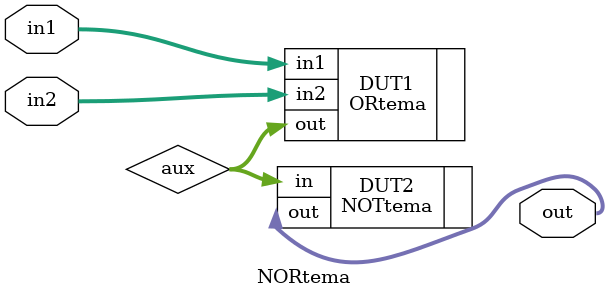
<source format=v>
module NORtema(input[2:0] in1, input[2:0] in2, output[2:0] out);
	wire[2:0] aux;
	
	ORtema DUT1(.in1(in1),.in2(in2),.out(aux));
	NOTtema DUT2(.in(aux),.out(out));
endmodule
</source>
